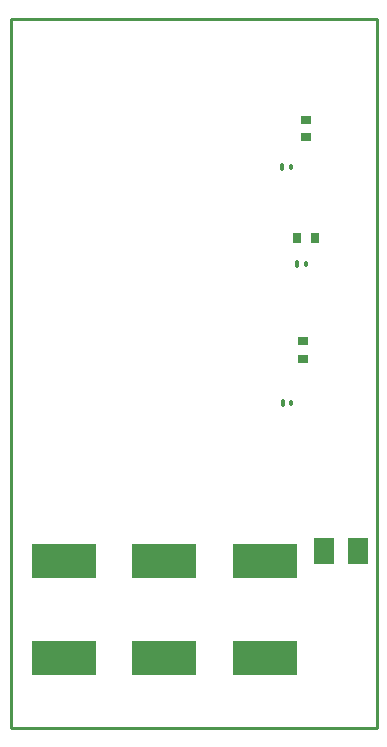
<source format=gbp>
%FSTAX23Y23*%
%MOIN*%
%SFA1B1*%

%IPPOS*%
%AMD20*
4,1,8,-0.001800,-0.011800,0.001800,-0.011800,0.005900,-0.007700,0.005900,0.007700,0.001800,0.011800,-0.001800,0.011800,-0.005900,0.007700,-0.005900,-0.007700,-0.001800,-0.011800,0.0*
1,1,0.008260,-0.001800,-0.007700*
1,1,0.008260,0.001800,-0.007700*
1,1,0.008260,0.001800,0.007700*
1,1,0.008260,-0.001800,0.007700*
%
%ADD13C,0.010000*%
%ADD17R,0.027560X0.035430*%
G04~CAMADD=20~8~0.0~0.0~118.1~236.2~41.3~0.0~15~0.0~0.0~0.0~0.0~0~0.0~0.0~0.0~0.0~0~0.0~0.0~0.0~180.0~118.0~237.0*
%ADD20D20*%
%ADD21O,0.011810X0.023620*%
%ADD30R,0.035430X0.027560*%
%ADD63R,0.216540X0.112210*%
%ADD64R,0.070870X0.088580*%
%LNpcb1-1*%
%LPD*%
G54D13*
X01279Y0D02*
Y02362D01*
X00059Y0D02*
X01279D01*
X00059D02*
Y02362D01*
X01279*
G54D17*
X01013Y01633D03*
X01072D03*
G54D20*
X00965Y01082D03*
X01014Y01545D03*
X00964Y0187D03*
G54D21*
X00994Y01082D03*
X01043Y01545D03*
X00993Y0187D03*
G54D30*
X01033Y0123D03*
Y01289D03*
X01043Y02027D03*
Y01968D03*
G54D63*
X00236Y00232D03*
Y00555D03*
X0057D03*
Y00232D03*
X00905Y00555D03*
Y00232D03*
G54D64*
X01218Y0059D03*
X01104D03*
M02*
</source>
